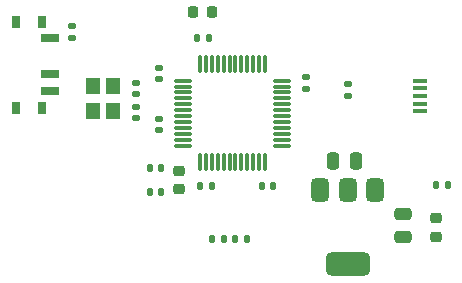
<source format=gbr>
%TF.GenerationSoftware,KiCad,Pcbnew,8.0.5*%
%TF.CreationDate,2024-09-22T14:53:49-07:00*%
%TF.ProjectId,Udemy_STM32_KiCAD_Course,5564656d-795f-4535-944d-33325f4b6943,rev?*%
%TF.SameCoordinates,Original*%
%TF.FileFunction,Paste,Top*%
%TF.FilePolarity,Positive*%
%FSLAX46Y46*%
G04 Gerber Fmt 4.6, Leading zero omitted, Abs format (unit mm)*
G04 Created by KiCad (PCBNEW 8.0.5) date 2024-09-22 14:53:49*
%MOMM*%
%LPD*%
G01*
G04 APERTURE LIST*
G04 Aperture macros list*
%AMRoundRect*
0 Rectangle with rounded corners*
0 $1 Rounding radius*
0 $2 $3 $4 $5 $6 $7 $8 $9 X,Y pos of 4 corners*
0 Add a 4 corners polygon primitive as box body*
4,1,4,$2,$3,$4,$5,$6,$7,$8,$9,$2,$3,0*
0 Add four circle primitives for the rounded corners*
1,1,$1+$1,$2,$3*
1,1,$1+$1,$4,$5*
1,1,$1+$1,$6,$7*
1,1,$1+$1,$8,$9*
0 Add four rect primitives between the rounded corners*
20,1,$1+$1,$2,$3,$4,$5,0*
20,1,$1+$1,$4,$5,$6,$7,0*
20,1,$1+$1,$6,$7,$8,$9,0*
20,1,$1+$1,$8,$9,$2,$3,0*%
G04 Aperture macros list end*
%ADD10R,0.800000X1.000000*%
%ADD11R,1.500000X0.700000*%
%ADD12R,1.200000X1.400000*%
%ADD13RoundRect,0.375000X-0.375000X0.625000X-0.375000X-0.625000X0.375000X-0.625000X0.375000X0.625000X0*%
%ADD14RoundRect,0.500000X-1.400000X0.500000X-1.400000X-0.500000X1.400000X-0.500000X1.400000X0.500000X0*%
%ADD15RoundRect,0.075000X-0.662500X-0.075000X0.662500X-0.075000X0.662500X0.075000X-0.662500X0.075000X0*%
%ADD16RoundRect,0.075000X-0.075000X-0.662500X0.075000X-0.662500X0.075000X0.662500X-0.075000X0.662500X0*%
%ADD17RoundRect,0.135000X-0.135000X-0.185000X0.135000X-0.185000X0.135000X0.185000X-0.135000X0.185000X0*%
%ADD18RoundRect,0.135000X0.135000X0.185000X-0.135000X0.185000X-0.135000X-0.185000X0.135000X-0.185000X0*%
%ADD19RoundRect,0.135000X0.185000X-0.135000X0.185000X0.135000X-0.185000X0.135000X-0.185000X-0.135000X0*%
%ADD20R,1.300000X0.450000*%
%ADD21RoundRect,0.218750X0.256250X-0.218750X0.256250X0.218750X-0.256250X0.218750X-0.256250X-0.218750X0*%
%ADD22RoundRect,0.218750X-0.256250X0.218750X-0.256250X-0.218750X0.256250X-0.218750X0.256250X0.218750X0*%
%ADD23RoundRect,0.140000X0.170000X-0.140000X0.170000X0.140000X-0.170000X0.140000X-0.170000X-0.140000X0*%
%ADD24RoundRect,0.140000X-0.140000X-0.170000X0.140000X-0.170000X0.140000X0.170000X-0.140000X0.170000X0*%
%ADD25RoundRect,0.140000X0.140000X0.170000X-0.140000X0.170000X-0.140000X-0.170000X0.140000X-0.170000X0*%
%ADD26RoundRect,0.140000X-0.170000X0.140000X-0.170000X-0.140000X0.170000X-0.140000X0.170000X0.140000X0*%
%ADD27RoundRect,0.225000X-0.225000X-0.250000X0.225000X-0.250000X0.225000X0.250000X-0.225000X0.250000X0*%
%ADD28RoundRect,0.250000X0.475000X-0.250000X0.475000X0.250000X-0.475000X0.250000X-0.475000X-0.250000X0*%
%ADD29RoundRect,0.250000X-0.250000X-0.475000X0.250000X-0.475000X0.250000X0.475000X-0.250000X0.475000X0*%
G04 APERTURE END LIST*
D10*
%TO.C,SW1*%
X109610000Y-99600000D03*
X107400000Y-99600000D03*
X109610000Y-106900000D03*
X107400000Y-106900000D03*
D11*
X110260000Y-101000000D03*
X110260000Y-104000000D03*
X110260000Y-105500000D03*
%TD*%
D12*
%TO.C,Y1*%
X115600000Y-105000000D03*
X115600000Y-107200000D03*
X113900000Y-107200000D03*
X113900000Y-105000000D03*
%TD*%
D13*
%TO.C,U2*%
X137800000Y-113850000D03*
X135500000Y-113850000D03*
D14*
X135500000Y-120150000D03*
D13*
X133200000Y-113850000D03*
%TD*%
D15*
%TO.C,U1*%
X121587500Y-104587500D03*
X121587500Y-105087500D03*
X121587500Y-105587500D03*
X121587500Y-106087500D03*
X121587500Y-106587500D03*
X121587500Y-107087500D03*
X121587500Y-107587500D03*
X121587500Y-108087500D03*
X121587500Y-108587500D03*
X121587500Y-109087500D03*
X121587500Y-109587500D03*
X121587500Y-110087500D03*
D16*
X123000000Y-111500000D03*
X123500000Y-111500000D03*
X124000000Y-111500000D03*
X124500000Y-111500000D03*
X125000000Y-111500000D03*
X125500000Y-111500000D03*
X126000000Y-111500000D03*
X126500000Y-111500000D03*
X127000000Y-111500000D03*
X127500000Y-111500000D03*
X128000000Y-111500000D03*
X128500000Y-111500000D03*
D15*
X129912500Y-110087500D03*
X129912500Y-109587500D03*
X129912500Y-109087500D03*
X129912500Y-108587500D03*
X129912500Y-108087500D03*
X129912500Y-107587500D03*
X129912500Y-107087500D03*
X129912500Y-106587500D03*
X129912500Y-106087500D03*
X129912500Y-105587500D03*
X129912500Y-105087500D03*
X129912500Y-104587500D03*
D16*
X128500000Y-103175000D03*
X128000000Y-103175000D03*
X127500000Y-103175000D03*
X127000000Y-103175000D03*
X126500000Y-103175000D03*
X126000000Y-103175000D03*
X125500000Y-103175000D03*
X125000000Y-103175000D03*
X124500000Y-103175000D03*
X124000000Y-103175000D03*
X123500000Y-103175000D03*
X123000000Y-103175000D03*
%TD*%
D17*
%TO.C,R5*%
X126000000Y-118000000D03*
X127020000Y-118000000D03*
%TD*%
D18*
%TO.C,R4*%
X125000000Y-118000000D03*
X123980000Y-118000000D03*
%TD*%
D19*
%TO.C,R3*%
X135500000Y-105910000D03*
X135500000Y-104890000D03*
%TD*%
%TO.C,R2*%
X112200000Y-101020000D03*
X112200000Y-100000000D03*
%TD*%
D17*
%TO.C,R1*%
X144020000Y-113400000D03*
X143000000Y-113400000D03*
%TD*%
D20*
%TO.C,J1*%
X141600000Y-104600000D03*
X141600000Y-105250000D03*
X141600000Y-105900000D03*
X141600000Y-106550000D03*
X141600000Y-107200000D03*
%TD*%
D21*
%TO.C,FB1*%
X121200000Y-112212500D03*
X121200000Y-113787500D03*
%TD*%
D22*
%TO.C,D1*%
X143000000Y-116212500D03*
X143000000Y-117787500D03*
%TD*%
D23*
%TO.C,C13*%
X117600000Y-107750000D03*
X117600000Y-106790000D03*
%TD*%
%TO.C,C12*%
X117600000Y-105730000D03*
X117600000Y-104770000D03*
%TD*%
D24*
%TO.C,C11*%
X123020000Y-113500000D03*
X123980000Y-113500000D03*
%TD*%
D25*
%TO.C,C10*%
X119700000Y-114000000D03*
X118740000Y-114000000D03*
%TD*%
%TO.C,C9*%
X118740000Y-112000000D03*
X119700000Y-112000000D03*
%TD*%
D23*
%TO.C,C8*%
X119500000Y-108800000D03*
X119500000Y-107840000D03*
%TD*%
D24*
%TO.C,C7*%
X122770000Y-101000000D03*
X123730000Y-101000000D03*
%TD*%
D25*
%TO.C,C6*%
X129200000Y-113500000D03*
X128240000Y-113500000D03*
%TD*%
D26*
%TO.C,C5*%
X132000000Y-104320000D03*
X132000000Y-105280000D03*
%TD*%
D23*
%TO.C,C4*%
X119500000Y-104460000D03*
X119500000Y-103500000D03*
%TD*%
D27*
%TO.C,C3*%
X122450000Y-98800000D03*
X124000000Y-98800000D03*
%TD*%
D28*
%TO.C,C2*%
X140200000Y-117800000D03*
X140200000Y-115900000D03*
%TD*%
D29*
%TO.C,C1*%
X134300000Y-111350000D03*
X136200000Y-111350000D03*
%TD*%
M02*

</source>
